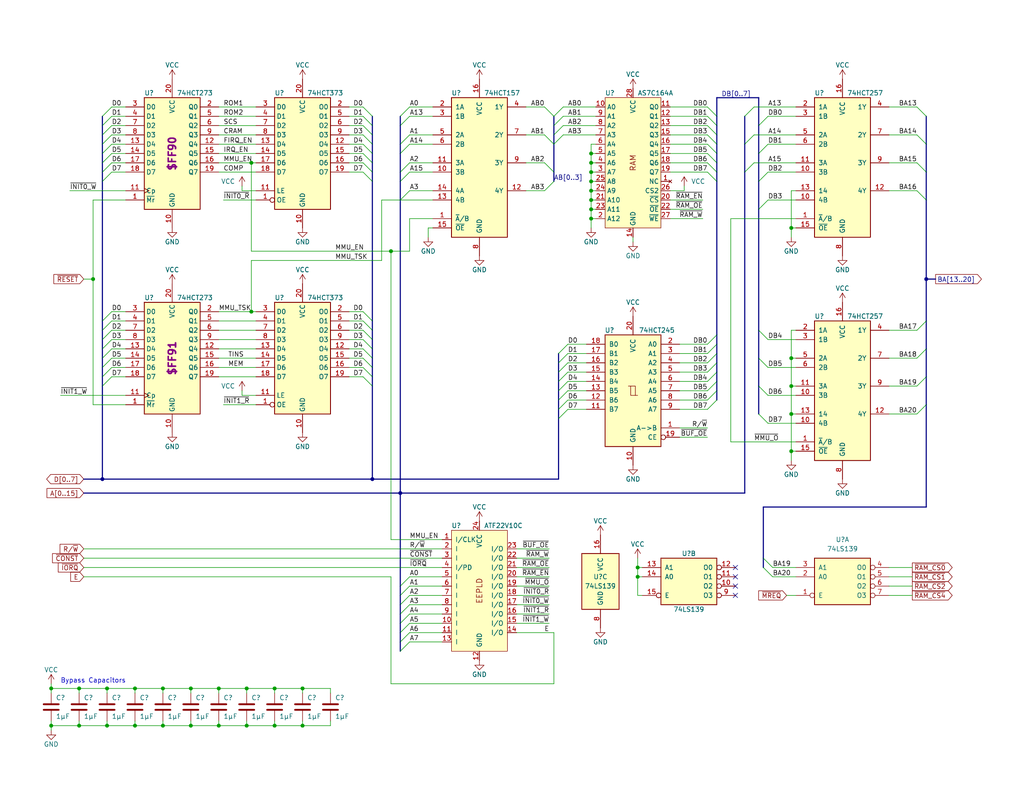
<source format=kicad_sch>
(kicad_sch (version 20230121) (generator eeschema)
  (paper "USLetter")
  (title_block (title "Memory Management Unit (MMU)") (date "2024-02-14") (rev "1.0") (company "Frédéric Segard") (comment 1 "MicroHobbyist's Retro Homebrew Computers") (comment 2 "microhobbyist.com"))
  (junction (at 52.07 187.96))
  (junction (at 44.45 187.96))
  (junction (at 173.99 154.94))
  (junction (at 29.21 187.96))
  (junction (at 21.59 187.96))
  (junction (at 59.69 187.96))
  (junction (at 52.07 198.12))
  (junction (at 161.29 49.53))
  (junction (at 161.29 46.99))
  (junction (at 161.29 44.45))
  (junction (at 161.29 41.91))
  (junction (at 109.22 134.62))
  (junction (at 215.9 123.19))
  (junction (at 59.69 198.12))
  (junction (at 215.9 113.03))
  (junction (at 82.55 187.96))
  (junction (at 36.83 198.12))
  (junction (at 68.58 85.09))
  (junction (at 21.59 198.12))
  (junction (at 215.9 62.23))
  (junction (at 29.21 198.12))
  (junction (at 74.93 187.96))
  (junction (at 44.45 198.12))
  (junction (at 215.9 105.41))
  (junction (at 13.97 187.96))
  (junction (at 13.97 198.12))
  (junction (at 161.29 54.61))
  (junction (at 27.94 130.81))
  (junction (at 36.83 187.96))
  (junction (at 74.93 198.12))
  (junction (at 67.31 187.96))
  (junction (at 82.55 198.12))
  (junction (at 161.29 52.07))
  (junction (at 67.31 198.12))
  (junction (at 215.9 97.79))
  (junction (at 161.29 57.15))
  (junction (at 25.4 76.2))
  (junction (at 173.99 157.48))
  (junction (at 68.58 44.45))
  (junction (at 106.68 68.58))
  (junction (at 101.6 130.81))
  (junction (at 252.73 76.2))
  (junction (at 161.29 59.69))
  (no_connect (at 200.66 154.94))
  (no_connect (at 200.66 162.56))
  (no_connect (at 200.66 157.48))
  (no_connect (at 200.66 160.02))
  (bus_entry (at 151.13 34.29) (size 2.54 -2.54))
  (bus_entry (at 208.28 152.4) (size 2.54 2.54))
  (bus_entry (at 154.94 109.22) (size -2.54 2.54))
  (bus_entry (at 252.73 39.37) (size -2.54 -2.54))
  (bus_entry (at 111.76 160.02) (size -2.54 2.54))
  (bus_entry (at 250.19 44.45) (size 2.54 2.54))
  (bus_entry (at 101.6 44.45) (size -2.54 -2.54))
  (bus_entry (at 101.6 87.63) (size -2.54 -2.54))
  (bus_entry (at 101.6 34.29) (size -2.54 -2.54))
  (bus_entry (at 27.94 49.53) (size 2.54 -2.54))
  (bus_entry (at 207.01 90.17) (size 2.54 2.54))
  (bus_entry (at 207.01 57.15) (size 2.54 -2.54))
  (bus_entry (at 27.94 46.99) (size 2.54 -2.54))
  (bus_entry (at 193.04 36.83) (size 2.54 2.54))
  (bus_entry (at 27.94 41.91) (size 2.54 -2.54))
  (bus_entry (at 193.04 39.37) (size 2.54 2.54))
  (bus_entry (at 250.19 52.07) (size 2.54 2.54))
  (bus_entry (at 27.94 97.79) (size 2.54 -2.54))
  (bus_entry (at 27.94 36.83) (size 2.54 -2.54))
  (bus_entry (at 109.22 46.99) (size 2.54 -2.54))
  (bus_entry (at 250.19 113.03) (size 2.54 -2.54))
  (bus_entry (at 111.76 170.18) (size -2.54 2.54))
  (bus_entry (at 151.13 31.75) (size 2.54 -2.54))
  (bus_entry (at 27.94 90.17) (size 2.54 -2.54))
  (bus_entry (at 193.04 106.68) (size 2.54 -2.54))
  (bus_entry (at 250.19 105.41) (size 2.54 -2.54))
  (bus_entry (at 109.22 31.75) (size 2.54 -2.54))
  (bus_entry (at 27.94 44.45) (size 2.54 -2.54))
  (bus_entry (at 193.04 101.6) (size 2.54 -2.54))
  (bus_entry (at 101.6 49.53) (size -2.54 -2.54))
  (bus_entry (at 111.76 46.99) (size -2.54 2.54))
  (bus_entry (at 148.59 36.83) (size 2.54 2.54))
  (bus_entry (at 207.01 113.03) (size 2.54 2.54))
  (bus_entry (at 207.01 97.79) (size 2.54 2.54))
  (bus_entry (at 111.76 167.64) (size -2.54 2.54))
  (bus_entry (at 27.94 87.63) (size 2.54 -2.54))
  (bus_entry (at 203.2 31.75) (size 2.54 -2.54))
  (bus_entry (at 101.6 95.25) (size -2.54 -2.54))
  (bus_entry (at 207.01 49.53) (size 2.54 -2.54))
  (bus_entry (at 193.04 29.21) (size 2.54 2.54))
  (bus_entry (at 154.94 101.6) (size -2.54 2.54))
  (bus_entry (at 27.94 31.75) (size 2.54 -2.54))
  (bus_entry (at 111.76 165.1) (size -2.54 2.54))
  (bus_entry (at 252.73 31.75) (size -2.54 -2.54))
  (bus_entry (at 193.04 96.52) (size 2.54 -2.54))
  (bus_entry (at 111.76 157.48) (size -2.54 2.54))
  (bus_entry (at 101.6 92.71) (size -2.54 -2.54))
  (bus_entry (at 111.76 39.37) (size -2.54 2.54))
  (bus_entry (at 101.6 46.99) (size -2.54 -2.54))
  (bus_entry (at 101.6 41.91) (size -2.54 -2.54))
  (bus_entry (at 193.04 104.14) (size 2.54 -2.54))
  (bus_entry (at 207.01 34.29) (size 2.54 -2.54))
  (bus_entry (at 111.76 52.07) (size -2.54 2.54))
  (bus_entry (at 151.13 39.37) (size 2.54 -2.54))
  (bus_entry (at 109.22 39.37) (size 2.54 -2.54))
  (bus_entry (at 154.94 93.98) (size -2.54 2.54))
  (bus_entry (at 203.2 39.37) (size 2.54 -2.54))
  (bus_entry (at 154.94 99.06) (size -2.54 2.54))
  (bus_entry (at 101.6 102.87) (size -2.54 -2.54))
  (bus_entry (at 207.01 105.41) (size 2.54 2.54))
  (bus_entry (at 148.59 44.45) (size 2.54 2.54))
  (bus_entry (at 154.94 106.68) (size -2.54 2.54))
  (bus_entry (at 154.94 104.14) (size -2.54 2.54))
  (bus_entry (at 154.94 111.76) (size -2.54 2.54))
  (bus_entry (at 193.04 99.06) (size 2.54 -2.54))
  (bus_entry (at 148.59 52.07) (size 2.54 -2.54))
  (bus_entry (at 27.94 105.41) (size 2.54 -2.54))
  (bus_entry (at 27.94 92.71) (size 2.54 -2.54))
  (bus_entry (at 27.94 95.25) (size 2.54 -2.54))
  (bus_entry (at 111.76 31.75) (size -2.54 2.54))
  (bus_entry (at 101.6 31.75) (size -2.54 -2.54))
  (bus_entry (at 101.6 97.79) (size -2.54 -2.54))
  (bus_entry (at 27.94 100.33) (size 2.54 -2.54))
  (bus_entry (at 250.19 90.17) (size 2.54 -2.54))
  (bus_entry (at 101.6 100.33) (size -2.54 -2.54))
  (bus_entry (at 193.04 31.75) (size 2.54 2.54))
  (bus_entry (at 193.04 109.22) (size 2.54 -2.54))
  (bus_entry (at 151.13 36.83) (size 2.54 -2.54))
  (bus_entry (at 207.01 41.91) (size 2.54 -2.54))
  (bus_entry (at 27.94 34.29) (size 2.54 -2.54))
  (bus_entry (at 111.76 175.26) (size -2.54 2.54))
  (bus_entry (at 250.19 97.79) (size 2.54 -2.54))
  (bus_entry (at 111.76 162.56) (size -2.54 2.54))
  (bus_entry (at 154.94 96.52) (size -2.54 2.54))
  (bus_entry (at 193.04 44.45) (size 2.54 2.54))
  (bus_entry (at 148.59 29.21) (size 2.54 2.54))
  (bus_entry (at 193.04 34.29) (size 2.54 2.54))
  (bus_entry (at 193.04 93.98) (size 2.54 -2.54))
  (bus_entry (at 101.6 105.41) (size -2.54 -2.54))
  (bus_entry (at 101.6 90.17) (size -2.54 -2.54))
  (bus_entry (at 27.94 39.37) (size 2.54 -2.54))
  (bus_entry (at 193.04 111.76) (size 2.54 -2.54))
  (bus_entry (at 27.94 102.87) (size 2.54 -2.54))
  (bus_entry (at 193.04 41.91) (size 2.54 2.54))
  (bus_entry (at 203.2 46.99) (size 2.54 -2.54))
  (bus_entry (at 208.28 154.94) (size 2.54 2.54))
  (bus_entry (at 111.76 172.72) (size -2.54 2.54))
  (bus_entry (at 101.6 36.83) (size -2.54 -2.54))
  (bus_entry (at 193.04 46.99) (size 2.54 2.54))
  (bus_entry (at 101.6 39.37) (size -2.54 -2.54))
  (wire (pts (xy 154.94 93.98) (xy 160.02 93.98)))
  (bus (pts (xy 195.58 96.52) (xy 195.58 99.06)))
  (bus (pts (xy 109.22 31.75) (xy 109.22 34.29)))
  (wire (pts (xy 68.58 71.12) (xy 104.14 71.12)))
  (bus (pts (xy 195.58 44.45) (xy 195.58 46.99)))
  (wire (pts (xy 30.48 34.29) (xy 34.29 34.29)))
  (wire (pts (xy 161.29 41.91) (xy 162.56 41.91)))
  (wire (pts (xy 209.55 54.61) (xy 217.17 54.61)))
  (wire (pts (xy 25.4 54.61) (xy 25.4 76.2)))
  (wire (pts (xy 161.29 46.99) (xy 162.56 46.99)))
  (wire (pts (xy 111.76 68.58) (xy 111.76 59.69)))
  (wire (pts (xy 140.97 170.18) (xy 149.86 170.18)))
  (wire (pts (xy 161.29 44.45) (xy 162.56 44.45)))
  (wire (pts (xy 161.29 44.45) (xy 161.29 46.99)))
  (bus (pts (xy 109.22 49.53) (xy 109.22 54.61)))
  (wire (pts (xy 82.55 187.96) (xy 74.93 187.96)))
  (bus (pts (xy 195.58 36.83) (xy 195.58 39.37)))
  (wire (pts (xy 111.76 39.37) (xy 118.11 39.37)))
  (wire (pts (xy 140.97 152.4) (xy 149.86 152.4)))
  (wire (pts (xy 99.06 34.29) (xy 95.25 34.29)))
  (wire (pts (xy 99.06 87.63) (xy 95.25 87.63)))
  (wire (pts (xy 21.59 187.96) (xy 13.97 187.96)))
  (bus (pts (xy 252.73 95.25) (xy 252.73 87.63)))
  (wire (pts (xy 172.72 66.04) (xy 172.72 64.77)))
  (bus (pts (xy 195.58 46.99) (xy 195.58 49.53)))
  (bus (pts (xy 109.22 175.26) (xy 109.22 177.8)))
  (wire (pts (xy 67.31 196.85) (xy 67.31 198.12)))
  (bus (pts (xy 22.86 134.62) (xy 109.22 134.62)))
  (wire (pts (xy 59.69 102.87) (xy 69.85 102.87)))
  (wire (pts (xy 215.9 90.17) (xy 215.9 97.79)))
  (bus (pts (xy 207.01 41.91) (xy 207.01 49.53)))
  (wire (pts (xy 111.76 160.02) (xy 120.65 160.02)))
  (bus (pts (xy 27.94 97.79) (xy 27.94 100.33)))
  (wire (pts (xy 111.76 31.75) (xy 118.11 31.75)))
  (wire (pts (xy 242.57 157.48) (xy 248.92 157.48)))
  (wire (pts (xy 34.29 54.61) (xy 25.4 54.61)))
  (wire (pts (xy 111.76 157.48) (xy 120.65 157.48)))
  (wire (pts (xy 182.88 46.99) (xy 193.04 46.99)))
  (wire (pts (xy 161.29 52.07) (xy 161.29 54.61)))
  (wire (pts (xy 25.4 110.49) (xy 34.29 110.49)))
  (bus (pts (xy 203.2 31.75) (xy 203.2 39.37)))
  (wire (pts (xy 60.96 110.49) (xy 69.85 110.49)))
  (wire (pts (xy 22.86 154.94) (xy 120.65 154.94)))
  (bus (pts (xy 152.4 96.52) (xy 152.4 99.06)))
  (wire (pts (xy 242.57 52.07) (xy 250.19 52.07)))
  (wire (pts (xy 52.07 187.96) (xy 44.45 187.96)))
  (wire (pts (xy 99.06 100.33) (xy 95.25 100.33)))
  (wire (pts (xy 99.06 44.45) (xy 95.25 44.45)))
  (wire (pts (xy 30.48 29.21) (xy 34.29 29.21)))
  (wire (pts (xy 90.17 187.96) (xy 90.17 189.23)))
  (wire (pts (xy 185.42 106.68) (xy 193.04 106.68)))
  (bus (pts (xy 195.58 41.91) (xy 195.58 44.45)))
  (wire (pts (xy 209.55 46.99) (xy 217.17 46.99)))
  (bus (pts (xy 22.86 130.81) (xy 27.94 130.81)))
  (wire (pts (xy 52.07 187.96) (xy 52.07 189.23)))
  (bus (pts (xy 252.73 76.2) (xy 252.73 87.63)))
  (wire (pts (xy 36.83 198.12) (xy 29.21 198.12)))
  (wire (pts (xy 99.06 29.21) (xy 95.25 29.21)))
  (wire (pts (xy 215.9 62.23) (xy 217.17 62.23)))
  (wire (pts (xy 182.88 39.37) (xy 193.04 39.37)))
  (wire (pts (xy 99.06 97.79) (xy 95.25 97.79)))
  (wire (pts (xy 99.06 36.83) (xy 95.25 36.83)))
  (bus (pts (xy 27.94 102.87) (xy 27.94 105.41)))
  (wire (pts (xy 161.29 59.69) (xy 162.56 59.69)))
  (bus (pts (xy 101.6 105.41) (xy 101.6 130.81)))
  (bus (pts (xy 101.6 36.83) (xy 101.6 39.37)))
  (wire (pts (xy 205.74 29.21) (xy 217.17 29.21)))
  (wire (pts (xy 68.58 44.45) (xy 68.58 68.58)))
  (wire (pts (xy 106.68 157.48) (xy 106.68 186.69)))
  (wire (pts (xy 214.63 162.56) (xy 217.17 162.56)))
  (bus (pts (xy 195.58 34.29) (xy 195.58 36.83)))
  (wire (pts (xy 215.9 97.79) (xy 215.9 105.41)))
  (bus (pts (xy 255.27 76.2) (xy 252.73 76.2)))
  (wire (pts (xy 161.29 54.61) (xy 161.29 57.15)))
  (bus (pts (xy 152.4 114.3) (xy 152.4 130.81)))
  (wire (pts (xy 210.82 157.48) (xy 217.17 157.48)))
  (wire (pts (xy 209.55 115.57) (xy 217.17 115.57)))
  (wire (pts (xy 215.9 52.07) (xy 215.9 62.23)))
  (wire (pts (xy 111.76 36.83) (xy 118.11 36.83)))
  (wire (pts (xy 185.42 104.14) (xy 193.04 104.14)))
  (wire (pts (xy 182.88 36.83) (xy 193.04 36.83)))
  (wire (pts (xy 143.51 44.45) (xy 148.59 44.45)))
  (bus (pts (xy 152.4 109.22) (xy 152.4 111.76)))
  (bus (pts (xy 151.13 46.99) (xy 151.13 49.53)))
  (wire (pts (xy 175.26 162.56) (xy 173.99 162.56)))
  (wire (pts (xy 242.57 97.79) (xy 250.19 97.79)))
  (wire (pts (xy 215.9 123.19) (xy 215.9 125.73)))
  (bus (pts (xy 252.73 39.37) (xy 252.73 46.99)))
  (wire (pts (xy 21.59 187.96) (xy 21.59 189.23)))
  (wire (pts (xy 209.55 92.71) (xy 217.17 92.71)))
  (bus (pts (xy 101.6 100.33) (xy 101.6 102.87)))
  (wire (pts (xy 111.76 167.64) (xy 120.65 167.64)))
  (wire (pts (xy 59.69 87.63) (xy 69.85 87.63)))
  (bus (pts (xy 208.28 154.94) (xy 208.28 152.4)))
  (wire (pts (xy 29.21 196.85) (xy 29.21 198.12)))
  (wire (pts (xy 161.29 46.99) (xy 161.29 49.53)))
  (bus (pts (xy 101.6 102.87) (xy 101.6 105.41)))
  (wire (pts (xy 44.45 187.96) (xy 36.83 187.96)))
  (wire (pts (xy 153.67 36.83) (xy 162.56 36.83)))
  (wire (pts (xy 106.68 147.32) (xy 120.65 147.32)))
  (bus (pts (xy 109.22 54.61) (xy 109.22 134.62)))
  (wire (pts (xy 106.68 68.58) (xy 106.68 147.32)))
  (bus (pts (xy 109.22 134.62) (xy 203.2 134.62)))
  (wire (pts (xy 161.29 41.91) (xy 161.29 44.45)))
  (bus (pts (xy 195.58 31.75) (xy 195.58 34.29)))
  (bus (pts (xy 109.22 162.56) (xy 109.22 165.1)))
  (wire (pts (xy 30.48 46.99) (xy 34.29 46.99)))
  (wire (pts (xy 74.93 198.12) (xy 67.31 198.12)))
  (wire (pts (xy 29.21 198.12) (xy 21.59 198.12)))
  (wire (pts (xy 111.76 46.99) (xy 118.11 46.99)))
  (wire (pts (xy 182.88 44.45) (xy 193.04 44.45)))
  (bus (pts (xy 109.22 34.29) (xy 109.22 39.37)))
  (wire (pts (xy 162.56 31.75) (xy 153.67 31.75)))
  (wire (pts (xy 59.69 90.17) (xy 69.85 90.17)))
  (wire (pts (xy 185.42 96.52) (xy 193.04 96.52)))
  (wire (pts (xy 29.21 187.96) (xy 29.21 189.23)))
  (wire (pts (xy 199.39 59.69) (xy 199.39 120.65)))
  (wire (pts (xy 68.58 71.12) (xy 68.58 85.09)))
  (bus (pts (xy 207.01 49.53) (xy 207.01 57.15)))
  (wire (pts (xy 154.94 111.76) (xy 160.02 111.76)))
  (wire (pts (xy 59.69 97.79) (xy 69.85 97.79)))
  (wire (pts (xy 242.57 113.03) (xy 250.19 113.03)))
  (bus (pts (xy 109.22 165.1) (xy 109.22 167.64)))
  (wire (pts (xy 161.29 52.07) (xy 162.56 52.07)))
  (wire (pts (xy 242.57 154.94) (xy 248.92 154.94)))
  (wire (pts (xy 22.86 149.86) (xy 120.65 149.86)))
  (bus (pts (xy 252.73 31.75) (xy 252.73 39.37)))
  (wire (pts (xy 215.9 123.19) (xy 217.17 123.19)))
  (bus (pts (xy 207.01 34.29) (xy 207.01 41.91)))
  (wire (pts (xy 161.29 54.61) (xy 162.56 54.61)))
  (wire (pts (xy 209.55 100.33) (xy 217.17 100.33)))
  (bus (pts (xy 195.58 104.14) (xy 195.58 106.68)))
  (wire (pts (xy 59.69 187.96) (xy 59.69 189.23)))
  (bus (pts (xy 101.6 44.45) (xy 101.6 46.99)))
  (wire (pts (xy 173.99 157.48) (xy 175.26 157.48)))
  (wire (pts (xy 217.17 90.17) (xy 215.9 90.17)))
  (wire (pts (xy 111.76 175.26) (xy 120.65 175.26)))
  (wire (pts (xy 66.04 50.8) (xy 66.04 52.07)))
  (wire (pts (xy 67.31 187.96) (xy 67.31 189.23)))
  (wire (pts (xy 111.76 52.07) (xy 118.11 52.07)))
  (wire (pts (xy 116.84 62.23) (xy 116.84 64.77)))
  (wire (pts (xy 242.57 90.17) (xy 250.19 90.17)))
  (wire (pts (xy 153.67 29.21) (xy 162.56 29.21)))
  (bus (pts (xy 27.94 46.99) (xy 27.94 49.53)))
  (wire (pts (xy 242.57 162.56) (xy 248.92 162.56)))
  (wire (pts (xy 209.55 39.37) (xy 217.17 39.37)))
  (wire (pts (xy 161.29 57.15) (xy 162.56 57.15)))
  (bus (pts (xy 101.6 87.63) (xy 101.6 90.17)))
  (wire (pts (xy 59.69 29.21) (xy 69.85 29.21)))
  (wire (pts (xy 44.45 196.85) (xy 44.45 198.12)))
  (wire (pts (xy 30.48 31.75) (xy 34.29 31.75)))
  (bus (pts (xy 207.01 105.41) (xy 207.01 113.03)))
  (wire (pts (xy 154.94 106.68) (xy 160.02 106.68)))
  (bus (pts (xy 109.22 41.91) (xy 109.22 46.99)))
  (wire (pts (xy 111.76 44.45) (xy 118.11 44.45)))
  (wire (pts (xy 90.17 196.85) (xy 90.17 198.12)))
  (wire (pts (xy 90.17 198.12) (xy 82.55 198.12)))
  (wire (pts (xy 30.48 92.71) (xy 34.29 92.71)))
  (wire (pts (xy 161.29 59.69) (xy 161.29 62.23)))
  (wire (pts (xy 215.9 62.23) (xy 215.9 64.77)))
  (wire (pts (xy 242.57 36.83) (xy 250.19 36.83)))
  (wire (pts (xy 82.55 187.96) (xy 82.55 189.23)))
  (bus (pts (xy 208.28 152.4) (xy 208.28 138.43)))
  (wire (pts (xy 22.86 76.2) (xy 25.4 76.2)))
  (wire (pts (xy 21.59 198.12) (xy 13.97 198.12)))
  (wire (pts (xy 242.57 29.21) (xy 250.19 29.21)))
  (wire (pts (xy 21.59 196.85) (xy 21.59 198.12)))
  (wire (pts (xy 30.48 95.25) (xy 34.29 95.25)))
  (wire (pts (xy 173.99 154.94) (xy 175.26 154.94)))
  (wire (pts (xy 74.93 187.96) (xy 74.93 189.23)))
  (wire (pts (xy 99.06 46.99) (xy 95.25 46.99)))
  (bus (pts (xy 27.94 105.41) (xy 27.94 130.81)))
  (bus (pts (xy 109.22 167.64) (xy 109.22 170.18)))
  (wire (pts (xy 22.86 157.48) (xy 106.68 157.48)))
  (wire (pts (xy 140.97 162.56) (xy 149.86 162.56)))
  (wire (pts (xy 59.69 196.85) (xy 59.69 198.12)))
  (wire (pts (xy 74.93 196.85) (xy 74.93 198.12)))
  (bus (pts (xy 27.94 49.53) (xy 27.94 87.63)))
  (bus (pts (xy 101.6 41.91) (xy 101.6 44.45)))
  (bus (pts (xy 101.6 49.53) (xy 101.6 87.63)))
  (wire (pts (xy 161.29 39.37) (xy 161.29 41.91)))
  (wire (pts (xy 59.69 92.71) (xy 69.85 92.71)))
  (wire (pts (xy 59.69 41.91) (xy 69.85 41.91)))
  (wire (pts (xy 30.48 41.91) (xy 34.29 41.91)))
  (wire (pts (xy 215.9 113.03) (xy 215.9 123.19)))
  (wire (pts (xy 104.14 54.61) (xy 104.14 71.12)))
  (wire (pts (xy 68.58 68.58) (xy 106.68 68.58)))
  (wire (pts (xy 140.97 165.1) (xy 149.86 165.1)))
  (wire (pts (xy 66.04 106.68) (xy 66.04 107.95)))
  (bus (pts (xy 101.6 34.29) (xy 101.6 36.83)))
  (wire (pts (xy 217.17 52.07) (xy 215.9 52.07)))
  (bus (pts (xy 27.94 41.91) (xy 27.94 44.45)))
  (wire (pts (xy 59.69 34.29) (xy 69.85 34.29)))
  (wire (pts (xy 111.76 162.56) (xy 120.65 162.56)))
  (wire (pts (xy 99.06 95.25) (xy 95.25 95.25)))
  (bus (pts (xy 152.4 111.76) (xy 152.4 114.3)))
  (wire (pts (xy 182.88 52.07) (xy 186.69 52.07)))
  (wire (pts (xy 182.88 29.21) (xy 193.04 29.21)))
  (wire (pts (xy 104.14 54.61) (xy 109.22 54.61)))
  (bus (pts (xy 195.58 49.53) (xy 195.58 91.44)))
  (wire (pts (xy 182.88 54.61) (xy 191.77 54.61)))
  (wire (pts (xy 215.9 105.41) (xy 215.9 113.03)))
  (wire (pts (xy 68.58 44.45) (xy 69.85 44.45)))
  (bus (pts (xy 101.6 90.17) (xy 101.6 92.71)))
  (wire (pts (xy 140.97 167.64) (xy 149.86 167.64)))
  (wire (pts (xy 143.51 29.21) (xy 148.59 29.21)))
  (wire (pts (xy 109.22 54.61) (xy 118.11 54.61)))
  (bus (pts (xy 109.22 134.62) (xy 109.22 160.02)))
  (wire (pts (xy 30.48 39.37) (xy 34.29 39.37)))
  (wire (pts (xy 67.31 198.12) (xy 59.69 198.12)))
  (bus (pts (xy 27.94 95.25) (xy 27.94 97.79)))
  (wire (pts (xy 162.56 34.29) (xy 153.67 34.29)))
  (wire (pts (xy 209.55 107.95) (xy 217.17 107.95)))
  (bus (pts (xy 27.94 100.33) (xy 27.94 102.87)))
  (bus (pts (xy 109.22 39.37) (xy 109.22 41.91)))
  (bus (pts (xy 195.58 99.06) (xy 195.58 101.6)))
  (bus (pts (xy 101.6 31.75) (xy 101.6 34.29)))
  (bus (pts (xy 101.6 95.25) (xy 101.6 97.79)))
  (wire (pts (xy 59.69 85.09) (xy 68.58 85.09)))
  (bus (pts (xy 252.73 102.87) (xy 252.73 95.25)))
  (wire (pts (xy 140.97 154.94) (xy 149.86 154.94)))
  (wire (pts (xy 30.48 97.79) (xy 34.29 97.79)))
  (wire (pts (xy 82.55 198.12) (xy 74.93 198.12)))
  (wire (pts (xy 185.42 99.06) (xy 193.04 99.06)))
  (wire (pts (xy 173.99 162.56) (xy 173.99 157.48)))
  (wire (pts (xy 215.9 97.79) (xy 217.17 97.79)))
  (wire (pts (xy 182.88 31.75) (xy 193.04 31.75)))
  (bus (pts (xy 101.6 130.81) (xy 152.4 130.81)))
  (wire (pts (xy 106.68 68.58) (xy 111.76 68.58)))
  (bus (pts (xy 109.22 46.99) (xy 109.22 49.53)))
  (bus (pts (xy 207.01 97.79) (xy 207.01 105.41)))
  (bus (pts (xy 27.94 36.83) (xy 27.94 39.37)))
  (wire (pts (xy 111.76 165.1) (xy 120.65 165.1)))
  (wire (pts (xy 30.48 100.33) (xy 34.29 100.33)))
  (bus (pts (xy 195.58 39.37) (xy 195.58 41.91)))
  (wire (pts (xy 199.39 120.65) (xy 217.17 120.65)))
  (wire (pts (xy 118.11 62.23) (xy 116.84 62.23)))
  (wire (pts (xy 182.88 34.29) (xy 193.04 34.29)))
  (wire (pts (xy 82.55 196.85) (xy 82.55 198.12)))
  (wire (pts (xy 60.96 54.61) (xy 69.85 54.61)))
  (wire (pts (xy 154.94 109.22) (xy 160.02 109.22)))
  (wire (pts (xy 13.97 196.85) (xy 13.97 198.12)))
  (bus (pts (xy 152.4 106.68) (xy 152.4 109.22)))
  (wire (pts (xy 99.06 92.71) (xy 95.25 92.71)))
  (bus (pts (xy 203.2 46.99) (xy 203.2 134.62)))
  (bus (pts (xy 101.6 39.37) (xy 101.6 41.91)))
  (wire (pts (xy 162.56 49.53) (xy 161.29 49.53)))
  (wire (pts (xy 36.83 187.96) (xy 36.83 189.23)))
  (wire (pts (xy 59.69 44.45) (xy 68.58 44.45)))
  (wire (pts (xy 173.99 157.48) (xy 173.99 154.94)))
  (bus (pts (xy 252.73 110.49) (xy 252.73 102.87)))
  (bus (pts (xy 207.01 57.15) (xy 207.01 90.17)))
  (wire (pts (xy 185.42 101.6) (xy 193.04 101.6)))
  (wire (pts (xy 13.97 198.12) (xy 13.97 199.39)))
  (wire (pts (xy 215.9 105.41) (xy 217.17 105.41)))
  (wire (pts (xy 242.57 44.45) (xy 250.19 44.45)))
  (wire (pts (xy 151.13 186.69) (xy 151.13 172.72)))
  (bus (pts (xy 207.01 26.67) (xy 195.58 26.67)))
  (wire (pts (xy 242.57 160.02) (xy 248.92 160.02)))
  (wire (pts (xy 182.88 59.69) (xy 191.77 59.69)))
  (bus (pts (xy 27.94 87.63) (xy 27.94 90.17)))
  (bus (pts (xy 195.58 101.6) (xy 195.58 104.14)))
  (wire (pts (xy 154.94 104.14) (xy 160.02 104.14)))
  (bus (pts (xy 208.28 138.43) (xy 252.73 138.43)))
  (wire (pts (xy 99.06 39.37) (xy 95.25 39.37)))
  (wire (pts (xy 242.57 105.41) (xy 250.19 105.41)))
  (bus (pts (xy 101.6 97.79) (xy 101.6 100.33)))
  (wire (pts (xy 111.76 59.69) (xy 118.11 59.69)))
  (wire (pts (xy 111.76 172.72) (xy 120.65 172.72)))
  (bus (pts (xy 152.4 101.6) (xy 152.4 104.14)))
  (wire (pts (xy 154.94 101.6) (xy 160.02 101.6)))
  (wire (pts (xy 36.83 196.85) (xy 36.83 198.12)))
  (bus (pts (xy 207.01 90.17) (xy 207.01 97.79)))
  (wire (pts (xy 16.51 107.95) (xy 34.29 107.95)))
  (wire (pts (xy 143.51 52.07) (xy 148.59 52.07)))
  (wire (pts (xy 52.07 198.12) (xy 44.45 198.12)))
  (wire (pts (xy 99.06 102.87) (xy 95.25 102.87)))
  (wire (pts (xy 30.48 85.09) (xy 34.29 85.09)))
  (wire (pts (xy 59.69 100.33) (xy 69.85 100.33)))
  (wire (pts (xy 36.83 187.96) (xy 29.21 187.96)))
  (wire (pts (xy 52.07 196.85) (xy 52.07 198.12)))
  (wire (pts (xy 44.45 187.96) (xy 44.45 189.23)))
  (wire (pts (xy 30.48 36.83) (xy 34.29 36.83)))
  (bus (pts (xy 151.13 31.75) (xy 151.13 34.29)))
  (wire (pts (xy 209.55 31.75) (xy 217.17 31.75)))
  (bus (pts (xy 27.94 92.71) (xy 27.94 95.25)))
  (wire (pts (xy 182.88 57.15) (xy 191.77 57.15)))
  (bus (pts (xy 207.01 34.29) (xy 207.01 26.67)))
  (wire (pts (xy 162.56 39.37) (xy 161.29 39.37)))
  (wire (pts (xy 69.85 107.95) (xy 66.04 107.95)))
  (wire (pts (xy 154.94 99.06) (xy 160.02 99.06)))
  (wire (pts (xy 182.88 41.91) (xy 193.04 41.91)))
  (bus (pts (xy 151.13 39.37) (xy 151.13 46.99)))
  (wire (pts (xy 185.42 93.98) (xy 193.04 93.98)))
  (wire (pts (xy 13.97 186.69) (xy 13.97 187.96)))
  (wire (pts (xy 25.4 76.2) (xy 25.4 110.49)))
  (bus (pts (xy 203.2 39.37) (xy 203.2 46.99)))
  (wire (pts (xy 99.06 31.75) (xy 95.25 31.75)))
  (wire (pts (xy 99.06 90.17) (xy 95.25 90.17)))
  (wire (pts (xy 68.58 85.09) (xy 69.85 85.09)))
  (wire (pts (xy 111.76 29.21) (xy 118.11 29.21)))
  (bus (pts (xy 151.13 34.29) (xy 151.13 36.83)))
  (wire (pts (xy 59.69 95.25) (xy 69.85 95.25)))
  (wire (pts (xy 140.97 160.02) (xy 149.86 160.02)))
  (wire (pts (xy 74.93 187.96) (xy 67.31 187.96)))
  (wire (pts (xy 140.97 149.86) (xy 149.86 149.86)))
  (bus (pts (xy 27.94 44.45) (xy 27.94 46.99)))
  (bus (pts (xy 195.58 106.68) (xy 195.58 109.22)))
  (wire (pts (xy 173.99 152.4) (xy 173.99 154.94)))
  (wire (pts (xy 59.69 187.96) (xy 52.07 187.96)))
  (wire (pts (xy 59.69 31.75) (xy 69.85 31.75)))
  (wire (pts (xy 111.76 170.18) (xy 120.65 170.18)))
  (wire (pts (xy 30.48 44.45) (xy 34.29 44.45)))
  (wire (pts (xy 99.06 41.91) (xy 95.25 41.91)))
  (wire (pts (xy 59.69 39.37) (xy 69.85 39.37)))
  (wire (pts (xy 215.9 113.03) (xy 217.17 113.03)))
  (wire (pts (xy 199.39 59.69) (xy 217.17 59.69)))
  (bus (pts (xy 109.22 170.18) (xy 109.22 172.72)))
  (bus (pts (xy 195.58 26.67) (xy 195.58 31.75)))
  (wire (pts (xy 205.74 44.45) (xy 217.17 44.45)))
  (bus (pts (xy 27.94 130.81) (xy 101.6 130.81)))
  (wire (pts (xy 30.48 102.87) (xy 34.29 102.87)))
  (wire (pts (xy 185.42 116.84) (xy 193.04 116.84)))
  (bus (pts (xy 152.4 104.14) (xy 152.4 106.68)))
  (wire (pts (xy 30.48 90.17) (xy 34.29 90.17)))
  (wire (pts (xy 185.42 109.22) (xy 193.04 109.22)))
  (wire (pts (xy 59.69 198.12) (xy 52.07 198.12)))
  (wire (pts (xy 161.29 57.15) (xy 161.29 59.69)))
  (wire (pts (xy 19.05 52.07) (xy 34.29 52.07)))
  (wire (pts (xy 44.45 198.12) (xy 36.83 198.12)))
  (bus (pts (xy 101.6 92.71) (xy 101.6 95.25)))
  (bus (pts (xy 27.94 39.37) (xy 27.94 41.91)))
  (wire (pts (xy 106.68 186.69) (xy 151.13 186.69)))
  (wire (pts (xy 140.97 172.72) (xy 151.13 172.72)))
  (wire (pts (xy 59.69 46.99) (xy 69.85 46.99)))
  (wire (pts (xy 13.97 187.96) (xy 13.97 189.23)))
  (wire (pts (xy 205.74 36.83) (xy 217.17 36.83)))
  (wire (pts (xy 22.86 152.4) (xy 120.65 152.4)))
  (bus (pts (xy 151.13 36.83) (xy 151.13 39.37)))
  (wire (pts (xy 66.04 52.07) (xy 69.85 52.07)))
  (bus (pts (xy 252.73 138.43) (xy 252.73 110.49)))
  (wire (pts (xy 67.31 187.96) (xy 59.69 187.96)))
  (wire (pts (xy 90.17 187.96) (xy 82.55 187.96)))
  (wire (pts (xy 186.69 50.8) (xy 186.69 52.07)))
  (bus (pts (xy 195.58 93.98) (xy 195.58 96.52)))
  (bus (pts (xy 101.6 46.99) (xy 101.6 49.53)))
  (bus (pts (xy 252.73 54.61) (xy 252.73 76.2)))
  (wire (pts (xy 185.42 119.38) (xy 193.04 119.38)))
  (wire (pts (xy 154.94 96.52) (xy 160.02 96.52)))
  (wire (pts (xy 140.97 157.48) (xy 149.86 157.48)))
  (wire (pts (xy 161.29 49.53) (xy 161.29 52.07)))
  (bus (pts (xy 195.58 91.44) (xy 195.58 93.98)))
  (bus (pts (xy 152.4 99.06) (xy 152.4 101.6)))
  (bus (pts (xy 109.22 160.02) (xy 109.22 162.56)))
  (bus (pts (xy 109.22 172.72) (xy 109.22 175.26)))
  (bus (pts (xy 27.94 31.75) (xy 27.94 34.29)))
  (bus (pts (xy 27.94 34.29) (xy 27.94 36.83)))
  (wire (pts (xy 30.48 87.63) (xy 34.29 87.63)))
  (bus (pts (xy 252.73 54.61) (xy 252.73 46.99)))
  (wire (pts (xy 59.69 36.83) (xy 69.85 36.83)))
  (bus (pts (xy 27.94 90.17) (xy 27.94 92.71)))
  (wire (pts (xy 210.82 154.94) (xy 217.17 154.94)))
  (wire (pts (xy 143.51 36.83) (xy 148.59 36.83)))
  (wire (pts (xy 29.21 187.96) (xy 21.59 187.96)))
  (wire (pts (xy 185.42 111.76) (xy 193.04 111.76)))
  (wire (pts (xy 99.06 85.09) (xy 95.25 85.09)))
  (text "Bypass Capacitors" (at 16.51 186.69 0) (effects (font (size 1.27 1.27)) (justify left bottom)))
  (label "R{slash}~{W}" (at 111.76 149.86 0))
  (label "~{INIT0_W}" (at 19.05 52.07 0))
  (label "~{IORQ}" (at 111.76 154.94 0))
  (label "~{RAM_EN}" (at 149.86 157.48 180))
  (label "DB1" (at 193.04 96.52 180))
  (label "BA20" (at 250.19 113.03 180))
  (label "A2" (at 111.76 44.45 0))
  (label "D6" (at 99.06 44.45 180))
  (label "AB1" (at 148.59 36.83 180))
  (label "DB5" (at 193.04 41.91 180))
  (label "D2" (at 99.06 90.17 180))
  (label "DB6" (at 193.04 44.45 180))
  (label "BA17" (at 250.19 90.17 180))
  (label "SCS" (at 60.96 34.29 0))
  (label "~{INIT1_R}" (at 60.96 110.49 0))
  (label "MMU_EN" (at 60.96 44.45 0))
  (label "BA14" (at 250.19 36.83 180))
  (label "DB2" (at 193.04 34.29 180))
  (label "DB[0..7]" (at 196.85 26.67 0))
  (label "D5" (at 30.48 97.79 0))
  (label "D2" (at 99.06 34.29 180))
  (label "D1" (at 99.06 87.63 180))
  (label "D6" (at 30.48 44.45 0))
  (label "IRQ_EN" (at 60.96 41.91 0))
  (label "D0" (at 30.48 85.09 0))
  (label "D7" (at 154.94 111.76 0))
  (label "D4" (at 99.06 39.37 180))
  (label "E" (at 149.86 172.72 180))
  (label "D3" (at 99.06 36.83 180))
  (label "COMP" (at 60.96 46.99 0))
  (label "~{RAM_OE}" (at 149.86 154.94 180))
  (label "DB2" (at 209.55 46.99 0))
  (label "BA19" (at 210.82 154.94 0))
  (label "BA19" (at 250.19 105.41 180))
  (label "D0" (at 99.06 29.21 180))
  (label "D7" (at 99.06 102.87 180))
  (label "AB[0..3]" (at 151.13 49.53 0))
  (label "D2" (at 30.48 90.17 0))
  (label "BA20" (at 210.82 157.48 0))
  (label "A2" (at 111.76 162.56 0))
  (label "DB4" (at 193.04 39.37 180))
  (label "DB0" (at 193.04 93.98 180))
  (label "D5" (at 99.06 97.79 180))
  (label "DB2" (at 193.04 99.06 180))
  (label "DB1" (at 193.04 31.75 180))
  (label "DB4" (at 209.55 92.71 0))
  (label "DB1" (at 209.55 39.37 0))
  (label "A6" (at 111.76 172.72 0))
  (label "DB5" (at 209.55 100.33 0))
  (label "D1" (at 30.48 87.63 0))
  (label "A4" (at 111.76 167.64 0))
  (label "D6" (at 154.94 109.22 0))
  (label "DB0" (at 193.04 29.21 180))
  (label "D1" (at 30.48 31.75 0))
  (label "A0" (at 111.76 157.48 0))
  (label "A1" (at 111.76 36.83 0))
  (label "AB1" (at 154.94 31.75 0))
  (label "D3" (at 99.06 92.71 180))
  (label "~{RAM_W}" (at 149.86 152.4 180))
  (label "AB2" (at 148.59 44.45 180))
  (label "DB3" (at 193.04 36.83 180))
  (label "A0" (at 111.76 29.21 0))
  (label "D3" (at 30.48 92.71 0))
  (label "A15" (at 111.76 46.99 0))
  (label "DB7" (at 193.04 46.99 180))
  (label "D7" (at 30.48 102.87 0))
  (label "D3" (at 30.48 36.83 0))
  (label "D6" (at 99.06 100.33 180))
  (label "~{BUF_OE}" (at 149.86 149.86 180))
  (label "DB6" (at 193.04 109.22 180))
  (label "MMU_TSK" (at 59.69 85.09 0))
  (label "MEM" (at 62.23 100.33 0))
  (label "D0" (at 30.48 29.21 0))
  (label "A5" (at 111.76 170.18 0))
  (label "A7" (at 111.76 175.26 0))
  (label "D0" (at 99.06 85.09 180))
  (label "MMU_TSK" (at 91.44 71.12 0))
  (label "~{MMU_O}" (at 205.74 120.65 0))
  (label "~{RAM_EN}" (at 191.77 54.61 180))
  (label "BA15" (at 250.19 44.45 180))
  (label "DB7" (at 209.55 115.57 0))
  (label "~{MMU_O}" (at 149.86 160.02 180))
  (label "R{slash}~{W}" (at 193.04 116.84 180))
  (label "AB3" (at 154.94 36.83 0))
  (label "AB2" (at 154.94 34.29 0))
  (label "D4" (at 30.48 95.25 0))
  (label "D7" (at 30.48 46.99 0))
  (label "DB3" (at 209.55 54.61 0))
  (label "~{INIT0_W}" (at 149.86 165.1 180))
  (label "~{INIT0_R}" (at 60.96 54.61 0))
  (label "~{CONST}" (at 111.76 152.4 0))
  (label "D1" (at 154.94 96.52 0))
  (label "ROM1" (at 60.96 29.21 0))
  (label "D0" (at 154.94 93.98 0))
  (label "D4" (at 30.48 39.37 0))
  (label "D6" (at 30.48 100.33 0))
  (label "BA18" (at 250.19 97.79 180))
  (label "FIRQ_EN" (at 60.96 39.37 0))
  (label "AB0" (at 148.59 29.21 180))
  (label "CRAM" (at 60.96 36.83 0))
  (label "AB3" (at 148.59 52.07 180))
  (label "A13" (at 111.76 31.75 0))
  (label "TINS" (at 62.23 97.79 0))
  (label "A15" (at 209.55 44.45 0))
  (label "BA13" (at 250.19 29.21 180))
  (label "~{RAM_OE}" (at 191.77 57.15 180))
  (label "ROM2" (at 60.96 31.75 0))
  (label "A3" (at 111.76 165.1 0))
  (label "~{INIT1_W}" (at 16.51 107.95 0))
  (label "~{INIT1_W}" (at 149.86 170.18 180))
  (label "~{INIT1_R}" (at 149.86 167.64 180))
  (label "D7" (at 99.06 46.99 180))
  (label "D5" (at 154.94 106.68 0))
  (label "A13" (at 209.55 29.21 0))
  (label "DB4" (at 193.04 104.14 180))
  (label "~{RAM_W}" (at 191.77 59.69 180))
  (label "DB3" (at 193.04 101.6 180))
  (label "D4" (at 99.06 95.25 180))
  (label "DB5" (at 193.04 106.68 180))
  (label "BA16" (at 250.19 52.07 180))
  (label "D2" (at 154.94 99.06 0))
  (label "MMU_EN" (at 91.44 68.58 0))
  (label "D3" (at 154.94 101.6 0))
  (label "DB0" (at 209.55 31.75 0))
  (label "A1" (at 111.76 160.02 0))
  (label "D4" (at 154.94 104.14 0))
  (label "DB6" (at 209.55 107.95 0))
  (label "MMU_EN" (at 111.76 147.32 0))
  (label "D1" (at 99.06 31.75 180))
  (label "A14" (at 209.55 36.83 0))
  (label "DB7" (at 193.04 111.76 180))
  (label "D5" (at 99.06 41.91 180))
  (label "A14" (at 111.76 39.37 0))
  (label "A3" (at 111.76 52.07 0))
  (label "D5" (at 30.48 41.91 0))
  (label "~{INIT0_R}" (at 149.86 162.56 180))
  (label "AB0" (at 154.94 29.21 0))
  (label "~{BUF_OE}" (at 193.04 119.38 180))
  (label "D2" (at 30.48 34.29 0))
  (global_label "~{CONST}" (shape input) (at 22.86 152.4 180) (property "Intersheetrefs" "${INTERSHEET_REFS}" (effects hide)))
  (global_label "BA[13..20]" (shape output) (at 255.27 76.2 0) (property "Intersheetrefs" "${INTERSHEET_REFS}" (effects hide)))
  (global_label "D[0..7]" (shape bidirectional) (at 22.86 130.81 180) (property "Intersheetrefs" "${INTERSHEET_REFS}" (effects hide)))
  (global_label "~{RAM_CS4}" (shape output) (at 248.92 162.56 0) (property "Intersheetrefs" "${INTERSHEET_REFS}" (effects hide)))
  (global_label "~{IORQ}" (shape input) (at 22.86 154.94 180) (property "Intersheetrefs" "${INTERSHEET_REFS}" (effects hide)))
  (global_label "~{RAM_CS0}" (shape output) (at 248.92 154.94 0) (property "Intersheetrefs" "${INTERSHEET_REFS}" (effects hide)))
  (global_label "R{slash}~{W}" (shape input) (at 22.86 149.86 180) (property "Intersheetrefs" "${INTERSHEET_REFS}" (effects hide)))
  (global_label "A[0..15]" (shape input) (at 22.86 134.62 180) (property "Intersheetrefs" "${INTERSHEET_REFS}" (effects hide)))
  (global_label "~{RAM_CS1}" (shape output) (at 248.92 157.48 0) (property "Intersheetrefs" "${INTERSHEET_REFS}" (effects hide)))
  (global_label "~{MREQ}" (shape input) (at 214.63 162.56 180) (property "Intersheetrefs" "${INTERSHEET_REFS}" (effects hide)))
  (global_label "~{RESET}" (shape input) (at 22.86 76.2 180) (property "Intersheetrefs" "${INTERSHEET_REFS}" (effects hide)))
  (global_label "E" (shape input) (at 22.86 157.48 180) (property "Intersheetrefs" "${INTERSHEET_REFS}" (effects hide)))
  (global_label "~{RAM_CS2}" (shape output) (at 248.92 160.02 0) (property "Intersheetrefs" "${INTERSHEET_REFS}" (effects hide)))
  (symbol (lib_id "0_Library:74HC257") (at 229.87 44.45 0) (unit 1)
    (property "Reference" "U?" (at 222.25 25.4 0) (effects (justify left)))
    (property "Value" "74HCT257" (at 231.14 25.4 0) (effects (justify left)))
    (property "Datasheet" "https://www.ti.com/lit/ds/symlink/sn74hc257.pdf" (effects hide))
    (instances (project "MMU test" (path "" (reference "U?") (unit 1))) (project "Ep5 - Memory Management Unit (MMU)" (path "" (reference "U28") (unit 1))))
  )
  (symbol (lib_id "74xx:74LS273") (at 46.99 97.79 0) (unit 1)
    (property "Reference" "U?" (at 39.37 81.28 0) (effects (justify left)))
    (property "Value" "74HCT273" (at 48.26 81.28 0) (effects (justify left)))
    (property "Datasheet" "http://www.ti.com/lit/gpn/sn74LS273" (effects hide))
    (property "Addr" "$FF91" (at 46.99 97.79 90) (effects (font (size 2 2) bold)))
    (instances (project "MMU test" (path "" (reference "U?") (unit 1))) (project "Ep5 - Memory Management Unit (MMU)" (path "" (reference "U20") (unit 1))))
  )
  (symbol (lib_id "Device:C") (at 36.83 193.04 0) (unit 1)
    (property "Reference" "C?" (at 38.1 190.5 0) (effects (justify left)))
    (property "Value" "1µF" (at 38.1 195.58 0) (effects (justify left)))
    (instances (project "MMU test" (path "" (reference "C?") (unit 1))) (project "Ep5 - Memory Management Unit (MMU)" (path "" (reference "C26") (unit 1))))
  )
  (symbol (lib_id "Device:C") (at 13.97 193.04 0) (unit 1)
    (property "Reference" "C?" (at 15.24 190.5 0) (effects (justify left)))
    (property "Value" "1µF" (at 15.24 195.58 0) (effects (justify left)))
    (instances (project "MMU test" (path "" (reference "C?") (unit 1))) (project "Ep5 - Memory Management Unit (MMU)" (path "" (reference "C23") (unit 1))))
  )
  (symbol (lib_id "power:GND") (at 130.81 180.34 0) (unit 1)
    (property "Reference" "#PWR?" (effects hide))
    (property "Value" "GND" (at 130.81 184.15 0))
    (instances (project "MMU test" (path "" (reference "#PWR?") (unit 1))) (project "Ep5 - Memory Management Unit (MMU)" (path "" (reference "#PWR090") (unit 1))))
  )
  (symbol (lib_id "74xx:74LS245") (at 172.72 106.68 0) (mirror y) (unit 1)
    (property "Reference" "U?" (at 167.64 90.17 0) (effects (justify left)))
    (property "Value" "74HCT245" (at 184.15 90.17 0) (effects (justify left)))
    (property "Datasheet" "http://www.ti.com/lit/gpn/sn74LS245" (effects hide))
    (instances (project "MMU test" (path "" (reference "U?") (unit 1))) (project "Ep5 - Memory Management Unit (MMU)" (path "" (reference "U27") (unit 1))))
  )
  (symbol (lib_id "power:VCC") (at 130.81 142.24 0) (unit 1)
    (property "Reference" "#PWR059" (effects hide))
    (property "Value" "VCC" (at 130.81 138.43 0))
    (instances (project "Ep5 - Memory Management Unit (MMU)" (path "" (reference "#PWR059") (unit 1)) (path "" (reference "#PWR089") (unit 1))))
  )
  (symbol (lib_id "power:VCC") (at 82.55 77.47 0) (unit 1)
    (property "Reference" "#PWR059" (effects hide))
    (property "Value" "VCC" (at 82.55 73.66 0))
    (instances (project "Ep5 - Memory Management Unit (MMU)" (path "" (reference "#PWR059") (unit 1)) (path "" (reference "#PWR084") (unit 1))))
  )
  (symbol (lib_id "power:GND") (at 172.72 127 0) (unit 1)
    (property "Reference" "#PWR?" (effects hide))
    (property "Value" "GND" (at 172.72 130.81 0))
    (instances (project "MMU test" (path "" (reference "#PWR?") (unit 1))) (project "Ep5 - Memory Management Unit (MMU)" (path "" (reference "#PWR097") (unit 1))))
  )
  (symbol (lib_id "0_Library:ATF22V10C") (at 130.81 143.51 0) (unit 1)
    (property "Reference" "U?" (at 123.19 143.51 0) (effects (justify left)))
    (property "Value" "ATF22V10C" (at 132.08 143.51 0) (effects (justify left)))
    (property "Footprint" "Package_DIP:DIP-24_W7.62mm" (effects hide))
    (property "Datasheet" "http://ww1.microchip.com/downloads/en/DeviceDoc/doc0735.pdf" (effects hide))
    (instances (project "MMU test" (path "" (reference "U?") (unit 1))) (project "Ep5 - Memory Management Unit (MMU)" (path "" (reference "U24") (unit 1))))
  )
  (symbol (lib_id "74xx:74LS273") (at 46.99 41.91 0) (unit 1)
    (property "Reference" "U?" (at 39.37 25.4 0) (effects (justify left)))
    (property "Value" "74HCT273" (at 48.26 25.4 0) (effects (justify left)))
    (property "Datasheet" "http://www.ti.com/lit/gpn/sn74LS273" (effects hide))
    (property "Addr" "$FF90" (at 46.99 41.91 90) (effects (font (size 2 2) bold)))
    (instances (project "MMU test" (path "" (reference "U?") (unit 1))) (project "Ep5 - Memory Management Unit (MMU)" (path "" (reference "U19") (unit 1))))
  )
  (symbol (lib_id "Device:C") (at 90.17 193.04 0) (unit 1)
    (property "Reference" "C?" (at 91.44 190.5 0) (effects (justify left)))
    (property "Value" "1µF" (at 91.44 195.58 0) (effects (justify left)))
    (instances (project "MMU test" (path "" (reference "C?") (unit 1))) (project "Ep5 - Memory Management Unit (MMU)" (path "" (reference "C33") (unit 1))))
  )
  (symbol (lib_id "power:VCC") (at 46.99 77.47 0) (unit 1)
    (property "Reference" "#PWR059" (effects hide))
    (property "Value" "VCC" (at 46.99 73.66 0))
    (instances (project "Ep5 - Memory Management Unit (MMU)" (path "" (reference "#PWR059") (unit 1)) (path "" (reference "#PWR078") (unit 1))))
  )
  (symbol (lib_id "power:VCC") (at 229.87 82.55 0) (unit 1)
    (property "Reference" "#PWR059" (effects hide))
    (property "Value" "VCC" (at 229.87 78.74 0))
    (instances (project "Ep5 - Memory Management Unit (MMU)" (path "" (reference "#PWR059") (unit 1)) (path "" (reference "#PWR0104") (unit 1))))
  )
  (symbol (lib_id "power:GND") (at 46.99 62.23 0) (unit 1)
    (property "Reference" "#PWR?" (effects hide))
    (property "Value" "GND" (at 46.99 66.04 0))
    (instances (project "MMU test" (path "" (reference "#PWR?") (unit 1))) (project "Ep5 - Memory Management Unit (MMU)" (path "" (reference "#PWR077") (unit 1))))
  )
  (symbol (lib_id "Device:C") (at 21.59 193.04 0) (unit 1)
    (property "Reference" "C?" (at 22.86 190.5 0) (effects (justify left)))
    (property "Value" "1µF" (at 22.86 195.58 0) (effects (justify left)))
    (instances (project "MMU test" (path "" (reference "C?") (unit 1))) (project "Ep5 - Memory Management Unit (MMU)" (path "" (reference "C24") (unit 1))))
  )
  (symbol (lib_id "Device:C") (at 44.45 193.04 0) (unit 1)
    (property "Reference" "C?" (at 45.72 190.5 0) (effects (justify left)))
    (property "Value" "1µF" (at 45.72 195.58 0) (effects (justify left)))
    (instances (project "MMU test" (path "" (reference "C?") (unit 1))) (project "Ep5 - Memory Management Unit (MMU)" (path "" (reference "C27") (unit 1))))
  )
  (symbol (lib_id "power:GND") (at 130.81 69.85 0) (unit 1)
    (property "Reference" "#PWR?" (effects hide))
    (property "Value" "GND" (at 130.81 73.66 0))
    (instances (project "MMU test" (path "" (reference "#PWR?") (unit 1))) (project "Ep5 - Memory Management Unit (MMU)" (path "" (reference "#PWR088") (unit 1))))
  )
  (symbol (lib_id "power:GND") (at 229.87 130.81 0) (unit 1)
    (property "Reference" "#PWR?" (effects hide))
    (property "Value" "GND" (at 229.87 134.62 0))
    (instances (project "MMU test" (path "" (reference "#PWR?") (unit 1))) (project "Ep5 - Memory Management Unit (MMU)" (path "" (reference "#PWR0105") (unit 1))))
  )
  (symbol (lib_id "power:VCC") (at 172.72 86.36 0) (unit 1)
    (property "Reference" "#PWR059" (effects hide))
    (property "Value" "VCC" (at 172.72 82.55 0))
    (instances (project "Ep5 - Memory Management Unit (MMU)" (path "" (reference "#PWR059") (unit 1)) (path "" (reference "#PWR096") (unit 1))))
  )
  (symbol (lib_id "power:GND") (at 215.9 64.77 0) (unit 1)
    (property "Reference" "#PWR?" (effects hide))
    (property "Value" "GND" (at 215.9 68.58 0))
    (instances (project "MMU test" (path "" (reference "#PWR?") (unit 1))) (project "Ep5 - Memory Management Unit (MMU)" (path "" (reference "#PWR0100") (unit 1))))
  )
  (symbol (lib_id "Device:C") (at 59.69 193.04 0) (unit 1)
    (property "Reference" "C?" (at 60.96 190.5 0) (effects (justify left)))
    (property "Value" "1µF" (at 60.96 195.58 0) (effects (justify left)))
    (instances (project "MMU test" (path "" (reference "C?") (unit 1))) (project "Ep5 - Memory Management Unit (MMU)" (path "" (reference "C29") (unit 1))))
  )
  (symbol (lib_id "power:GND") (at 116.84 64.77 0) (unit 1)
    (property "Reference" "#PWR?" (effects hide))
    (property "Value" "GND" (at 116.84 68.58 0))
    (instances (project "MMU test" (path "" (reference "#PWR?") (unit 1))) (project "Ep5 - Memory Management Unit (MMU)" (path "" (reference "#PWR086") (unit 1))))
  )
  (symbol (lib_id "Device:C") (at 74.93 193.04 0) (unit 1)
    (property "Reference" "C?" (at 76.2 190.5 0) (effects (justify left)))
    (property "Value" "1µF" (at 76.2 195.58 0) (effects (justify left)))
    (instances (project "MMU test" (path "" (reference "C?") (unit 1))) (project "Ep5 - Memory Management Unit (MMU)" (path "" (reference "C31") (unit 1))))
  )
  (symbol (lib_id "power:VCC") (at 66.04 50.8 0) (unit 1)
    (property "Reference" "#PWR059" (effects hide))
    (property "Value" "VCC" (at 62.23 49.53 0))
    (instances (project "Ep5 - Memory Management Unit (MMU)" (path "" (reference "#PWR059") (unit 1)) (path "" (reference "#PWR080") (unit 1))))
  )
  (symbol (lib_id "0_Library:74HC157") (at 130.81 44.45 0) (unit 1)
    (property "Reference" "U?" (at 123.19 25.4 0) (effects (justify left)))
    (property "Value" "74HCT157" (at 132.08 25.4 0) (effects (justify left)))
    (property "Datasheet" "https://www.ti.com/lit/ds/symlink/sn74hc157.pdf" (effects hide))
    (instances (project "MMU test" (path "" (reference "U?") (unit 1))) (project "Ep5 - Memory Management Unit (MMU)" (path "" (reference "U23") (unit 1))))
  )
  (symbol (lib_id "0_Library:AS7C164A") (at 172.72 46.99 0) (unit 1)
    (property "Reference" "U?" (at 165.1 25.4 0) (effects (justify left)))
    (property "Value" "AS7C164A" (at 173.99 25.4 0) (effects (justify left)))
    (property "Datasheet" "https://www.mouser.ca/datasheet/2/12/Alliance%20Memory%20AS7C164A_v4.0%20May.%202017-1265287.pdf" (effects hide))
    (instances (project "MMU test" (path "" (reference "U?") (unit 1))) (project "Ep5 - Memory Management Unit (MMU)" (path "" (reference "U26") (unit 1))))
  )
  (symbol (lib_id "power:VCC") (at 82.55 21.59 0) (unit 1)
    (property "Reference" "#PWR059" (effects hide))
    (property "Value" "VCC" (at 82.55 17.78 0))
    (instances (project "Ep5 - Memory Management Unit (MMU)" (path "" (reference "#PWR059") (unit 1)) (path "" (reference "#PWR082") (unit 1))))
  )
  (symbol (lib_id "Device:C") (at 52.07 193.04 0) (unit 1)
    (property "Reference" "C?" (at 53.34 190.5 0) (effects (justify left)))
    (property "Value" "1µF" (at 53.34 195.58 0) (effects (justify left)))
    (instances (project "MMU test" (path "" (reference "C?") (unit 1))) (project "Ep5 - Memory Management Unit (MMU)" (path "" (reference "C28") (unit 1))))
  )
  (symbol (lib_id "power:GND") (at 82.55 62.23 0) (unit 1)
    (property "Reference" "#PWR?" (effects hide))
    (property "Value" "GND" (at 82.55 66.04 0))
    (instances (project "MMU test" (path "" (reference "#PWR?") (unit 1))) (project "Ep5 - Memory Management Unit (MMU)" (path "" (reference "#PWR083") (unit 1))))
  )
  (symbol (lib_id "power:GND") (at 163.83 171.45 0) (unit 1)
    (property "Reference" "#PWR?" (effects hide))
    (property "Value" "GND" (at 163.83 175.26 0))
    (instances (project "MMU test" (path "" (reference "#PWR?") (unit 1))) (project "Ep5 - Memory Management Unit (MMU)" (path "" (reference "#PWR093") (unit 1))))
  )
  (symbol (lib_id "Device:C") (at 29.21 193.04 0) (unit 1)
    (property "Reference" "C?" (at 30.48 190.5 0) (effects (justify left)))
    (property "Value" "1µF" (at 30.48 195.58 0) (effects (justify left)))
    (instances (project "MMU test" (path "" (reference "C?") (unit 1))) (project "Ep5 - Memory Management Unit (MMU)" (path "" (reference "C25") (unit 1))))
  )
  (symbol (lib_id "power:VCC") (at 163.83 146.05 0) (unit 1)
    (property "Reference" "#PWR059" (effects hide))
    (property "Value" "VCC" (at 163.83 142.24 0))
    (instances (project "Ep5 - Memory Management Unit (MMU)" (path "" (reference "#PWR059") (unit 1)) (path "" (reference "#PWR092") (unit 1))))
  )
  (symbol (lib_id "power:GND") (at 215.9 125.73 0) (unit 1)
    (property "Reference" "#PWR?" (effects hide))
    (property "Value" "GND" (at 215.9 129.54 0))
    (instances (project "MMU test" (path "" (reference "#PWR?") (unit 1))) (project "Ep5 - Memory Management Unit (MMU)" (path "" (reference "#PWR0101") (unit 1))))
  )
  (symbol (lib_id "power:VCC") (at 66.04 106.68 0) (unit 1)
    (property "Reference" "#PWR059" (effects hide))
    (property "Value" "VCC" (at 62.23 105.41 0))
    (instances (project "Ep5 - Memory Management Unit (MMU)" (path "" (reference "#PWR059") (unit 1)) (path "" (reference "#PWR081") (unit 1))))
  )
  (symbol (lib_id "power:VCC") (at 13.97 186.69 0) (unit 1)
    (property "Reference" "#PWR059" (effects hide))
    (property "Value" "VCC" (at 13.97 182.88 0))
    (instances (project "Ep5 - Memory Management Unit (MMU)" (path "" (reference "#PWR059") (unit 1)) (path "" (reference "#PWR074") (unit 1))))
  )
  (symbol (lib_id "0_Library:74HC257") (at 229.87 105.41 0) (unit 1)
    (property "Reference" "U?" (at 222.25 86.36 0) (effects (justify left)))
    (property "Value" "74HCT257" (at 231.14 86.36 0) (effects (justify left)))
    (property "Datasheet" "https://www.ti.com/lit/ds/symlink/sn74hc257.pdf" (effects hide))
    (instances (project "MMU test" (path "" (reference "U?") (unit 1))) (project "Ep5 - Memory Management Unit (MMU)" (path "" (reference "U29") (unit 1))))
  )
  (symbol (lib_id "power:GND") (at 229.87 69.85 0) (unit 1)
    (property "Reference" "#PWR?" (effects hide))
    (property "Value" "GND" (at 229.87 73.66 0))
    (instances (project "MMU test" (path "" (reference "#PWR?") (unit 1))) (project "Ep5 - Memory Management Unit (MMU)" (path "" (reference "#PWR0103") (unit 1))))
  )
  (symbol (lib_id "power:GND") (at 161.29 62.23 0) (unit 1)
    (property "Reference" "#PWR?" (effects hide))
    (property "Value" "GND" (at 161.29 66.04 0))
    (instances (project "MMU test" (path "" (reference "#PWR?") (unit 1))) (project "Ep5 - Memory Management Unit (MMU)" (path "" (reference "#PWR091") (unit 1))))
  )
  (symbol (lib_id "power:VCC") (at 172.72 24.13 0) (unit 1)
    (property "Reference" "#PWR059" (effects hide))
    (property "Value" "VCC" (at 172.72 20.32 0))
    (instances (project "Ep5 - Memory Management Unit (MMU)" (path "" (reference "#PWR059") (unit 1)) (path "" (reference "#PWR094") (unit 1))))
  )
  (symbol (lib_id "74xx:74LS139") (at 163.83 158.75 0) (unit 3)
    (property "Reference" "U?" (at 163.83 157.48 0))
    (property "Value" "74LS139" (at 163.83 160.02 0))
    (property "Datasheet" "http://www.ti.com/lit/ds/symlink/sn74ls139a.pdf" (effects hide))
    (instances (project "MMU test" (path "" (reference "U?") (unit 3))) (project "Ep5 - Memory Management Unit (MMU)" (path "" (reference "U25") (unit 3))))
  )
  (symbol (lib_id "power:VCC") (at 229.87 21.59 0) (unit 1)
    (property "Reference" "#PWR059" (effects hide))
    (property "Value" "VCC" (at 229.87 17.78 0))
    (instances (project "Ep5 - Memory Management Unit (MMU)" (path "" (reference "#PWR059") (unit 1)) (path "" (reference "#PWR0102") (unit 1))))
  )
  (symbol (lib_id "power:VCC") (at 186.69 50.8 0) (unit 1)
    (property "Reference" "#PWR059" (effects hide))
    (property "Value" "VCC" (at 190.5 49.53 0))
    (instances (project "Ep5 - Memory Management Unit (MMU)" (path "" (reference "#PWR059") (unit 1)) (path "" (reference "#PWR071") (unit 1))))
  )
  (symbol (lib_id "power:GND") (at 46.99 118.11 0) (unit 1)
    (property "Reference" "#PWR?" (effects hide))
    (property "Value" "GND" (at 46.99 121.92 0))
    (instances (project "MMU test" (path "" (reference "#PWR?") (unit 1))) (project "Ep5 - Memory Management Unit (MMU)" (path "" (reference "#PWR079") (unit 1))))
  )
  (symbol (lib_id "Device:C") (at 82.55 193.04 0) (unit 1)
    (property "Reference" "C?" (at 83.82 190.5 0) (effects (justify left)))
    (property "Value" "1µF" (at 83.82 195.58 0) (effects (justify left)))
    (instances (project "MMU test" (path "" (reference "C?") (unit 1))) (project "Ep5 - Memory Management Unit (MMU)" (path "" (reference "C32") (unit 1))))
  )
  (symbol (lib_id "74xx:74LS139") (at 187.96 157.48 0) (unit 2)
    (property "Reference" "U?" (at 187.96 151.13 0))
    (property "Value" "74LS139" (at 187.96 166.37 0))
    (property "Datasheet" "http://www.ti.com/lit/ds/symlink/sn74ls139a.pdf" (effects hide))
    (instances (project "MMU test" (path "" (reference "U?") (unit 2))) (project "Ep5 - Memory Management Unit (MMU)" (path "" (reference "U25") (unit 2))))
  )
  (symbol (lib_id "power:GND") (at 172.72 66.04 0) (unit 1)
    (property "Reference" "#PWR?" (effects hide))
    (property "Value" "GND" (at 172.72 69.85 0))
    (instances (project "MMU test" (path "" (reference "#PWR?") (unit 1))) (project "Ep5 - Memory Management Unit (MMU)" (path "" (reference "#PWR095") (unit 1))))
  )
  (symbol (lib_id "power:VCC") (at 173.99 152.4 0) (unit 1)
    (property "Reference" "#PWR059" (effects hide))
    (property "Value" "VCC" (at 173.99 148.59 0))
    (instances (project "Ep5 - Memory Management Unit (MMU)" (path "" (reference "#PWR059") (unit 1)) (path "" (reference "#PWR098") (unit 1))))
  )
  (symbol (lib_id "74xx:74HCT373") (at 82.55 41.91 0) (unit 1)
    (property "Reference" "U?" (at 74.93 25.4 0) (effects (justify left)))
    (property "Value" "74HCT373" (at 83.82 25.4 0) (effects (justify left)))
    (property "Datasheet" "https://www.ti.com/lit/ds/symlink/sn74hct373.pdf" (effects hide))
    (instances (project "MMU test" (path "" (reference "U?") (unit 1))) (project "Ep5 - Memory Management Unit (MMU)" (path "" (reference "U21") (unit 1))))
  )
  (symbol (lib_id "74xx:74LS139") (at 229.87 157.48 0) (unit 1)
    (property "Reference" "U?" (at 229.87 147.32 0))
    (property "Value" "74LS139" (at 229.87 149.86 0))
    (property "Datasheet" "http://www.ti.com/lit/ds/symlink/sn74ls139a.pdf" (effects hide))
    (instances (project "MMU test" (path "" (reference "U?") (unit 1))) (project "Ep5 - Memory Management Unit (MMU)" (path "" (reference "U25") (unit 1))))
  )
  (symbol (lib_id "74xx:74HCT373") (at 82.55 97.79 0) (unit 1)
    (property "Reference" "U?" (at 74.93 81.28 0) (effects (justify left)))
    (property "Value" "74HCT373" (at 83.82 81.28 0) (effects (justify left)))
    (property "Datasheet" "https://www.ti.com/lit/ds/symlink/sn74hct373.pdf" (effects hide))
    (instances (project "MMU test" (path "" (reference "U?") (unit 1))) (project "Ep5 - Memory Management Unit (MMU)" (path "" (reference "U22") (unit 1))))
  )
  (symbol (lib_id "Device:C") (at 67.31 193.04 0) (unit 1)
    (property "Reference" "C?" (at 68.58 190.5 0) (effects (justify left)))
    (property "Value" "1µF" (at 68.58 195.58 0) (effects (justify left)))
    (instances (project "MMU test" (path "" (reference "C?") (unit 1))) (project "Ep5 - Memory Management Unit (MMU)" (path "" (reference "C30") (unit 1))))
  )
  (symbol (lib_id "power:GND") (at 82.55 118.11 0) (unit 1)
    (property "Reference" "#PWR?" (effects hide))
    (property "Value" "GND" (at 82.55 121.92 0))
    (instances (project "MMU test" (path "" (reference "#PWR?") (unit 1))) (project "Ep5 - Memory Management Unit (MMU)" (path "" (reference "#PWR085") (unit 1))))
  )
  (symbol (lib_id "power:GND") (at 13.97 199.39 0) (unit 1)
    (property "Reference" "#PWR?" (effects hide))
    (property "Value" "GND" (at 13.97 203.2 0))
    (instances (project "MMU test" (path "" (reference "#PWR?") (unit 1))) (project "Ep5 - Memory Management Unit (MMU)" (path "" (reference "#PWR075") (unit 1))))
  )
  (symbol (lib_id "power:VCC") (at 130.81 21.59 0) (unit 1)
    (property "Reference" "#PWR059" (effects hide))
    (property "Value" "VCC" (at 130.81 17.78 0))
    (instances (project "Ep5 - Memory Management Unit (MMU)" (path "" (reference "#PWR059") (unit 1)) (path "" (reference "#PWR087") (unit 1))))
  )
  (symbol (lib_id "power:VCC") (at 46.99 21.59 0) (unit 1)
    (property "Reference" "#PWR059" (effects hide))
    (property "Value" "VCC" (at 46.99 17.78 0))
    (instances (project "Ep5 - Memory Management Unit (MMU)" (path "" (reference "#PWR059") (unit 1)) (path "" (reference "#PWR076") (unit 1))))
  )
)
</source>
